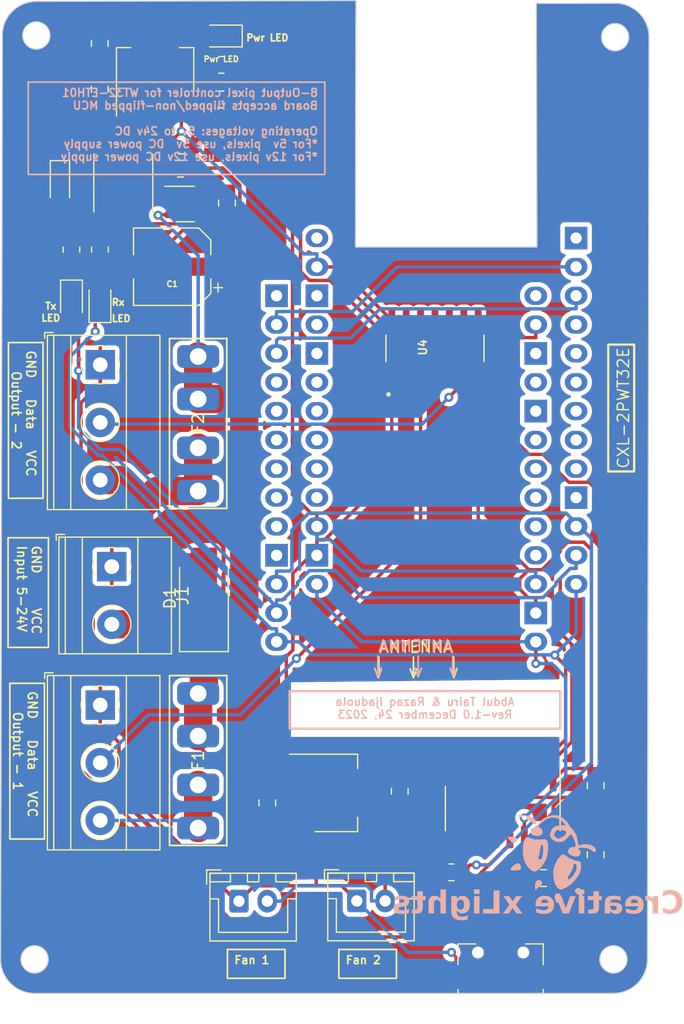
<source format=kicad_pcb>
(kicad_pcb (version 20221018) (generator pcbnew)
  (layers (0 "F.Cu" signal) (31 "B.Cu" signal) (34 "B.Paste" user) (35 "F.Paste" user) (36 "B.SilkS" user "B.Silkscreen") (37 "F.SilkS" user "F.Silkscreen") (38 "B.Mask" user) (39 "F.Mask" user) (44 "Edge.Cuts" user))
  (net 0 "")
  (net 1 "RPP")
  (net 2 "GND")
  (net 3 "Net-(U1-SW)")
  (net 4 "Net-(U1-BST)")
  (net 5 "VOUT")
  (net 6 "VIN")
  (net 7 "Net-(D2-K)")
  (net 8 "3V3")
  (net 9 "Net-(JST1-Pin_3)")
  (net 10 "Net-(JST2-Pin_3)")
  (net 19 "3.3V")
  (net 20 "Port-1")
  (net 21 "Port-2")
  (net 27 "EN")
  (net 29 "RxOut")
  (net 34 "Net-(D3-A)")
  (net 40 "TxOut")
  (net 46 "Net-(D4-A)")
  (net 48 "Net-(D5-A)")
  (net 50 "Net-(J2-D-)")
  (net 51 "Net-(J2-D+)")
  (net 53 "DTR")
  (net 54 "IO0")
  (net 72 "Output-1")
  (net 73 "Output-2")
  (net 76 "F5V")
  (footprint "Capacitor_SMD:C_0805_2012Metric_Pad1.18x1.45mm_HandSolder" (layer "F.Cu") (at 146.2025 119.452 180)
    (fp_text reference "C12" hide)
    (fp_text value "1uF")
  )
  (footprint "MicroUSB:USB_Micro-B_Unknown_5s_SMT" (layer "F.Cu") (at 142.416769 125.862)
    (fp_text reference "J2" hide)
    (fp_text value "USB")
  )
  (footprint "Capacitor_SMD:C_0805_2012Metric_Pad1.18x1.45mm_HandSolder" (layer "F.Cu") (at 121.84 112.8265 90)
    (fp_text reference "C8" hide)
    (fp_text value "10uF")
  )
  (footprint "Capacitor_SMD:C_0805_2012Metric_Pad1.18x1.45mm_HandSolder" (layer "F.Cu") (at 150.796 111.3025 90)
    (fp_text reference "C6" hide)
    (fp_text value "100nF")
  )
  (footprint "Package_TO_SOT_SMD:SOT-223-3_TabPin2" (layer "F.Cu") (at 111.948 48.216 90)
    (fp_text reference "U7" hide)
    (fp_text value "AMS1117-3.3")
  )
  (footprint "LED_SMD:LED_0805_2012Metric_Pad1.15x1.40mm_HandSolder" (layer "F.Cu") (at 117.767 45.284 180)
    (fp_text reference "D2" hide)
    (fp_text value "Pwr LED")
  )
  (footprint "Connector_JST:JST_XH_B2B-XH-A_1x02_P2.50mm_Vertical" (layer "F.Cu") (at 129.734 121.467)
    (fp_text reference "J4" hide)
    (fp_text value "Fan 2")
  )
  (footprint "Capacitor_SMD:C_0805_2012Metric_Pad1.18x1.45mm_HandSolder" (layer "F.Cu") (at 107.0645 49.9555 90)
    (fp_text reference "C5" hide)
    (fp_text value "1uF")
  )
  (footprint "Diode_SMD:D_SOD-323_HandSoldering" (layer "F.Cu") (at 103.552 58.272 -90)
    (fp_text reference "D5" hide)
    (fp_text value "SS14")
  )
  (footprint "Package_TO_SOT_SMD:TSOT-23-6" (layer "F.Cu") (at 114.6065 60.082)
    (fp_text reference "U1" hide)
    (fp_text value "AP63205WU")
  )
  (footprint "Capacitor_SMD:C_0805_2012Metric_Pad1.18x1.45mm_HandSolder" (layer "F.Cu") (at 150.796 117.3985 90)
    (fp_text reference "C7" hide)
    (fp_text value "100nF")
  )
  (footprint "Capacitor_SMD:C_0805_2012Metric_Pad1.18x1.45mm_HandSolder" (layer "F.Cu") (at 133.524 111.8105 90)
    (fp_text reference "C9" hide)
    (fp_text value "22uF")
  )
  (footprint "Diode_SMD:D_SMB_Handsoldering" (layer "F.Cu") (at 116.252 94.794 90)
    (fp_text reference "D1")
    (fp_text value "STR10100BF")
  )
  (footprint "Package_TO_SOT_SMD:SOT-223-3_TabPin2" (layer "F.Cu") (at 127.902 111.952)
    (fp_text reference "U6" hide)
    (fp_text value "AMS1117-3.3")
  )
  (footprint "SN74HC125DR:SOIC127P600X175-14N" (layer "F.Cu") (at 136.6295 72.7992 90)
    (fp_text reference "U4")
    (fp_text value "SN74HC125DR")
  )
  (footprint "WT32-ETH-Fuse-Holder:MCCQ-122_MTC" (layer "F.Cu") (at 115.744 114.946 90)
    (fp_text reference "F1")
    (fp_text value "~")
  )
  (footprint "Resistor_SMD:R_0805_2012Metric_Pad1.20x1.40mm_HandSolder" (layer "F.Cu") (at 138.08 118.944)
    (fp_text reference "R6" hide)
    (fp_text value "120")
  )
  (footprint "Capacitor_SMD:C_0805_2012Metric_Pad1.18x1.45mm_HandSolder" (layer "F.Cu") (at 118.284 59.9945 90)
    (fp_text reference "C2" hide)
    (fp_text value "100nF")
  )
  (footprint "Package_SO:SOP-16_3.9x9.9mm_P1.27mm" (layer "F.Cu") (at 142.6055 113.3292 -90)
    (fp_text reference "U5" hide)
    (fp_text value "CH340C")
  )
  (footprint "TerminalBlock_Phoenix:TerminalBlock_Phoenix_MKDS-1,5-3-5.08_1x03_P5.08mm_Horizontal" (layer "F.Cu") (at 107.108 74.24 -90)
    (fp_text reference "JST2" hide)
    (fp_text value "Output 2" hide)
  )
  (footprint "Resistor_SMD:R_0805_2012Metric_Pad1.20x1.40mm_HandSolder" (layer "F.Cu") (at 117.792 47.824)
    (fp_text reference "R1" hide)
    (fp_text value "1K")
  )
  (footprint "Capacitor_SMD:C_0805_2012Metric_Pad1.18x1.45mm_HandSolder" (layer "F.Cu") (at 107.0645 45.9345 -90)
    (fp_text reference "C11" hide)
    (fp_text value "22uF")
  )
  (footprint "Capacitor_SMD:C_0805_2012Metric_Pad1.18x1.45mm_HandSolder" (layer "F.Cu") (at 114.2415 54.936)
    (fp_text reference "C3" hide)
    (fp_text value "22uF")
  )
  (footprint "Resistor_SMD:R_0805_2012Metric_Pad1.20x1.40mm_HandSolder" (layer "F.Cu") (at 107.0828 64.096 -90)
    (fp_text reference "R2" hide)
    (fp_text value "1K")
  )
  (footprint "Connector_JST:JST_XH_B2B-XH-A_1x02_P2.50mm_Vertical" (layer "F.Cu") (at 119.34 121.484)
    (fp_text reference "J3" hide)
    (fp_text value "Fan 1")
  )
  (footprint "Capacitor_SMD:C_0805_2012Metric_Pad1.18x1.45mm_HandSolder" (layer "F.Cu") (at 117.7545 50.872)
    (fp_text reference "C10" hide)
    (fp_text value "10uF")
  )
  (footprint "Inductor_SMD:L_Taiyo-Yuden_MD-5050" (layer "F.Cu") (at 109.14 58.23 90)
    (fp_text reference "L1" hide)
    (fp_text value "4.7uH")
  )
  (footprint "WT32-ETH01:WT32_ETH01" (layer "F.Cu") (at 133.3834 102.4319 180)
    (fp_text reference "U3" hide)
    (fp_text value "WT32-ETH01")
  )
  (footprint "Capacitor_SMD:CP_Elec_6.3x5.4" (layer "F.Cu") (at 113.452 65.604 180)
    (fp_text reference "C1")
    (fp_text value "100uF")
  )
  (footprint "LED_SMD:LED_0805_2012Metric_Pad1.15x1.40mm_HandSolder" (layer "F.Cu") (at 107.0828 68.661 90)
    (fp_text reference "D3" hide)
    (fp_text value "Tx")
  )
  (footprint "Capacitor_SMD:C_0805_2012Metric_Pad1.18x1.45mm_HandSolder" (layer "F.Cu") (at 114.1912 56.968)
    (fp_text reference "C4" hide)
    (fp_text value "22uF")
  )
  (footprint "Resistor_SMD:R_0805_2012Metric_Pad1.20x1.40mm_HandSolder" (layer "F.Cu") (at 104.568 64.096 -90)
    (fp_text reference "R3" hide)
    (fp_text value "1K")
  )
  (footprint "WT32-ETH-Fuse-Holder:MCCQ-122_MTC" (layer "F.Cu") (at 115.744 85.2605 90)
    (fp_text reference "F2")
    (fp_text value "~")
  )
  (footprint "TerminalBlock_Phoenix:TerminalBlock_Phoenix_MKDS-1,5-3-5.08_1x03_P5.08mm_Horizontal" (layer "F.Cu") (at 107.108 104.212 -90)
    (fp_text reference "JST1" hide)
    (fp_text value "Output 1" hide)
  )
  (footprint "LED_SMD:LED_0805_2012Metric_Pad1.15x1.40mm_HandSolder" (layer "F.Cu") (at 104.568 68.643 -90)
    (fp_text reference "D4" hide)
    (fp_text value "Rx")
  )
  (footprint "TerminalBlock_Phoenix:TerminalBlock_Phoenix_MKDS-1,5-2-5.08_1x02_P5.08mm_Horizontal" (layer "F.Cu") (at 108.124 92.02 -90)
    (fp_text reference "J1")
    (fp_text value "4.5-28V Power Input")
  )
  (footprint "LOGO" (layer "B.Cu") (at 146.926194 117.787248 180)
    (fp_text reference "G***" hide)
    (fp_text value "LOGO" hide)
  )
  (footprint "WT32-ETH01:WT32_ETH01" (layer "B.Cu") (at 138.3516 97.3519)
    (fp_text reference "U2" hide)
    (fp_text value "WT32-ETH01")
  )
  (gr_line (start 129.616769 63.862) (end 145.616769 63.862) (stroke (width 0.1)) (layer "Edge.Cuts"))
  (gr_line (start 101.517235 42.231014) (end 129.666769 42.162) (stroke (width 0.1)) (layer "Edge.Cuts"))
  (gr_line (start 101.316769 129.612) (end 152.366727 129.610769) (stroke (width 0.1)) (layer "Edge.Cuts"))
  (gr_arc (start 155.366769 126.612) (mid 154.488 128.7329) (end 152.366727 129.610769) (stroke (width 0.1)) (layer "Edge.Cuts"))
  (gr_circle (center 101.316769 126.612) (end 102.516769 126.612) (stroke (width 0.1)) (fill none) (layer "Edge.Cuts"))
  (gr_arc (start 152.566377 42.385716) (mid 154.664937 43.291126) (end 155.516768 45.412) (stroke (width 0.1)) (layer "Edge.Cuts"))
  (gr_circle (center 101.472 45.236) (end 102.672 45.236) (stroke (width 0.1)) (fill none) (layer "Edge.Cuts"))
  (gr_line (start 145.616769 63.862) (end 145.566769 42.412) (stroke (width 0.1)) (layer "Edge.Cuts"))
  (gr_circle (center 152.516769 45.385423) (end 153.716769 45.385423) (stroke (width 0.1)) (fill none) (layer "Edge.Cuts"))
  (gr_line (start 145.566769 42.412) (end 152.566377 42.385716) (stroke (width 0.1)) (layer "Edge.Cuts"))
  (gr_line (start 129.666769 42.162) (end 129.616769 63.862) (stroke (width 0.1)) (layer "Edge.Cuts"))
  (gr_arc (start 98.46677 45.212) (mid 99.371533 43.086576) (end 101.517235 42.231014) (stroke (width 0.1)) (layer "Edge.Cuts"))
  (gr_line (start 155.366769 126.612) (end 155.516768 45.412) (stroke (width 0.1)) (layer "Edge.Cuts"))
  (gr_arc (start 101.316769 129.612) (mid 99.17755 128.715269) (end 98.3172 126.56116) (stroke (width 0.1)) (layer "Edge.Cuts"))
  (gr_circle (center 152.368 126.612) (end 153.568 126.612) (stroke (width 0.1)) (fill none) (layer "Edge.Cuts"))
  (gr_line (start 98.46677 45.212) (end 98.3172 126.56116) (stroke (width 0.1)) (layer "Edge.Cuts"))
  (gr_text "|" (at 135.722742 101.130514) (layer "B.SilkS") (effects (font (size 1 1)) (justify left bottom mirror)))
  (gr_text ">" (at 132.101991 100.622514 90) (layer "B.SilkS") (effects (font (size 1 1)) (justify left bottom mirror)))
  (gr_text ">" (at 135.657991 100.622514 90) (layer "B.SilkS") (effects (font (size 1 1)) (justify left bottom mirror)))
  (gr_text "Creative xLights" (at 145.715904 122.915446) (layer "B.SilkS") (effects (font (size 2 2) (thickness 0.25) bold) (justify bottom mirror)))
  (gr_text "|" (at 138.770742 101.130514) (layer "B.SilkS") (effects (font (size 1 1)) (justify left bottom mirror)))
  (gr_text "|" (at 132.166742 101.130514) (layer "B.SilkS") (effects (font (size 1 1)) (justify left bottom mirror)))
  (gr_text ">" (at 138.770742 100.622514 90) (layer "B.SilkS") (effects (font (size 1 1)) (justify left bottom mirror)))
  (gr_text "ANTENNA" (at 138.262742 99.606514) (layer "B.SilkS") (effects (font (size 1 1)) (justify left bottom mirror)))
  (gr_text ">" (at 131.106059 100.706 -90) (layer "F.SilkS") (effects (font (size 1 1)) (justify left bottom)))
  (gr_text "ANTENNA" (at 131.614059 99.69) (layer "F.SilkS") (effects (font (size 1 1)) (justify left bottom)))
  (gr_text "|" (at 131.106059 101.214) (layer "F.SilkS") (effects (font (size 1 1)) (justify left bottom)))
  (gr_text ">" (at 137.77481 100.706 -90) (layer "F.SilkS") (effects (font (size 1 1)) (justify left bottom)))
  (gr_text "|" (at 137.710059 101.214) (layer "F.SilkS") (effects (font (size 1 1)) (justify left bottom)))
  (gr_text "LED" (at 108.0428 70.521) (layer "F.SilkS") (effects (font (size 0.6 0.6) (thickness 0.15) bold) (justify left bottom)))
  (gr_text "LED" (at 101.83396 70.47763) (layer "F.SilkS") (effects (font (size 0.6 0.6) (thickness 0.15) bold) (justify left bottom)))
  (gr_text "Pwr LED" (at 119.906769 45.792) (layer "F.SilkS") (effects (font (size 0.6 0.6)) (justify left bottom)))
  (gr_text "Tx" (at 102.171541 69.422689) (layer "F.SilkS") (effects (font (size 0.6 0.6) (thickness 0.15) bold) (justify left bottom)))
  (gr_text "|" (at 134.154059 101.214) (layer "F.SilkS") (effects (font (size 1 1)) (justify left bottom)))
  (gr_text ">" (at 134.21881 100.706 -90) (layer "F.SilkS") (effects (font (size 1 1)) (justify left bottom)))
  (gr_text "Rx" (at 108.0428 69.091) (layer "F.SilkS") (effects (font (size 0.6 0.6) (thickness 0.15) bold) (justify left bottom)))
  (gr_text_box "8-Output pixel controler for WT32-ETH01\nBoard accepts flipped/non-flipped MCU\n\nOperating voltages: 5v to 24v DC\n*For 5v  pixels, use 5v  DC power supply\n*For 12v pixels, use 12v DC power supply" (start 100.758 49.348) (end 126.92 57.476) (layer "B.SilkS") (effects (font (size 0.7 0.7)) (justify left top mirror)) (stroke (width 0.15)))
  (gr_text_box "Abdul Tairu & Razaq Ijaduola\nRev-1.0 December 24, 2023" (start 123.80481 102.992) (end 147.68081 106.294) (layer "B.SilkS") (effects (font (size 0.7 0.7) (thickness 0.125) bold) (justify top mirror)) (stroke (width 0.2)))
  (gr_text_box "GND     VCC\nInput 5-24V" (start 102.536 89.48) (end 98.98 99.132) (angle 630) (layer "F.SilkS") (effects (font (size 0.8 0.8)) (justify left top)) (stroke (width 0.15)))
  (gr_text_box "GND   Data   VCC\n   Output - 2" (start 102.060704 72.282965) (end 99.012704 85.998965) (angle 630) (layer "F.SilkS") (effects (font (size 0.8 0.8) (thickness 0.15) bold) (justify left top)) (stroke (width 0.15)))
  (gr_text_box "CXL-2PWT32E" (start 151.910769 83.638) (end 154.196769 72.462) (angle 450) (layer "F.SilkS") (effects (font (size 1 1) (thickness 0.125) bold) (justify top)) (stroke (width 0.2)))
  (gr_text_box "Fan 1" (start 118.323891 125.739823) (end 123.403891 128.279823) (layer "F.SilkS") (effects (font (size 0.7 0.7)) (justify left top)) (stroke (width 0.15)))
  (gr_text_box "GND   Data   VCC\n   Output - 1" (start 102.185973 102.296857) (end 99.137973 116.012857) (angle 3510) (layer "F.SilkS") (effects (font (size 0.8 0.8)) (justify left top)) (stroke (width 0.15)))
  (gr_text_box "Fan 2" (start 128.150671 125.739823) (end 133.230671 128.279823) (layer "F.SilkS") (effects (font (size 0.7 0.7)) (justify left top)) (stroke (width 0.15)))
  (segment (start 118.398 97.494) (end 119.808 96.084) (width 2.5) (layer "F.Cu") (net 1))
  (segment (start 116.252 102.688) (end 115.744 103.196) (width 2.5) (layer "F.Cu") (net 1))
  (segment (start 117.2543 77.26) (end 117.2538 77.2605) (width 0.3) (layer "F.Cu") (net 1))
  (segment (start 121.84 113.864) (end 122.228 114.252) (width 0.3) (layer "F.Cu") (net 1))
  (segment (start 112.2425 61.032) (end 112.2049 61.0696) (width 0.3) (layer "F.Cu") (net 1))
  (segment (start 119.808 78.304) (end 118.7645 77.26) (width 2.5) (layer "F.Cu") (net 1))
  (segment (start 119.808 96.084) (end 119.808 78.304) (width 2.5) (layer "F.Cu") (net 1))
  (segment (start 116.252 97.494) (end 118.398 97.494) (width 2.5) (layer "F.Cu") (net 1))
  (segment (start 118.7645 77.26) (end 117.2543 77.26) (width 2.5) (layer "F.Cu") (net 1))
  (segment (start 115.744 73.51) (end 115.744 66.112) (width 0.3) (layer "F.Cu") (net 1))
  (segment (start 122.228 114.252) (end 124.752 114.252) (width 0.3) (layer "F.Cu") (net 1))
  (segment (start 116.252 97.494) (end 116.252 102.688) (width 2.5) (layer "F.Cu") (net 1))
  (segment (start 117.2538 77.2605) (end 115.744 77.2605) (width 0.3) (layer "F.Cu") (net 1))
  (segment (start 115.744 66.112) (end 116.252 65.604) (width 0.3) (layer "F.Cu") (net 1))
  (segment (start 117.2543 77.26) (end 115.744 77.26) (width 2.5) (layer "F.Cu") (net 1))
  (segment (start 115.744 77.26) (end 115.744 73.5105) (width 2.5) (layer "F.Cu") (net 1))
  (segment (start 115.744 73.5105) (end 115.744 73.51) (width 2.5) (layer "F.Cu") (net 1))
  (segment (start 113.469 61.032) (end 113.469 60.082) (width 0.3) (layer "F.Cu") (net 1))
  (segment (start 115.744 106.946) (end 115.744 107.768) (width 0.3) (layer "F.Cu") (net 1))
  (segment (start 115.744 107.768) (end 121.84 113.864) (width 0.3) (layer "F.Cu") (net 1))
  (segment (start 113.469 61.032) (end 112.2425 61.032) (width 0.3) (layer "F.Cu") (net 1))
  (segment (start 115.744 103.196) (end 115.744 106.946) (width 2.5) (layer "F.Cu") (net 1))
  (via (at 112.2049 61.0696) (size 0.8) (drill 0.4) (layers "F.Cu" "B.Cu") (net 1))
  (segment (start 115.744 73.5105) (end 115.744 64.6087) (width 0.3) (layer "B.Cu") (net 1))
  (segment (start 115.744 64.6087) (end 112.2049 61.0696) (width 0.3) (layer "B.Cu") (net 1))
  (segment (start 138.466769 126.375569) (end 138.0838 125.9926) (width 0.25) (layer "F.Cu") (net 2))
  (segment (start 107.108 74.24) (end 107.108 75.8903) (width 0.3) (layer "F.Cu") (net 2))
  (segment (start 110.7483 52.4663) (end 110.7483 51.366) (width 0.3) (layer "F.Cu") (net 2))
  (segment (start 113.1476 52.4794) (end 112.9106 52.7164) (width 0.3) (layer "F.Cu") (net 2))
  (segment (start 144.0957 93.1048) (end 144.9083 92.2922) (width 0.3) (layer "F.Cu") (net 2))
  (segment (start 146.0829 92.2922) (end 147.6742 90.7009) (width 0.3) (layer "F.Cu") (net 2))
  (segment (start 124.0967 99.3676) (end 123.52 99.9443) (width 0.3) (layer "F.Cu") (net 2))
  (segment (start 133.524 110.773) (end 132.403 109.652) (width 0.3) (layer "F.Cu") (net 2))
  (segment (start 136.6295 74.7472) (end 136.6295 75.2742) (width 0.3) (layer "F.Cu") (net 2))
  (segment (start 126.2155 91.0222) (end 126.2155 90.4887) (width 0.3) (layer "F.Cu") (net 2))
  (segment (start 145.165 121.512) (end 144.415884 122.261115) (width 0.3) (layer "F.Cu") (net 2))
  (segment (start 145.5195 94.7519) (end 144.8444 94.7519) (width 0.3) (layer "F.Cu") (net 2))
  (segment (start 107.108 73.4149) (end 107.108 72.5897) (width 0.3) (layer "F.Cu") (net 2))
  (segment (start 150.3201 109.7891) (end 150.796 110.265) (width 0.3) (layer "F.Cu") (net 2))
  (segment (start 120.6916 120.1324) (end 126.1567 120.1324) (width 0.3) (layer "F.Cu") (net 2))
  (segment (start 107.108 102.5617) (end 106.4737 101.9274) (width 0.3) (layer "F.Cu") (net 2))
  (segment (start 110.9984 52.7164) (end 110.7483 52.4663) (width 0.3) (layer "F.Cu") (net 2))
  (segment (start 126.8906 89.6719) (end 126.2155 89.6719) (width 0.3) (layer "F.Cu") (net 2))
  (segment (start 151.8797 111.3487) (end 151.8797 115.2773) (width 0.3) (layer "F.Cu") (net 2))
  (segment (start 116.7123 62.0003) (end 115.744 61.032) (width 0.3) (layer "F.Cu") (net 2))
  (segment (start 139.5623 73.9385) (end 140.4395 74.8157) (width 0.3) (layer "F.Cu") (net 2))
  (segment (start 119.34 121.484) (end 120.6916 120.1324) (width 0.3) (layer "F.Cu") (net 2))
  (segment (start 132.8195 83.743) (end 126.8906 89.6719) (width 0.3) (layer "F.Cu") (net 2))
  (segment (start 144.8444 94.7519) (end 144.0957 94.0032) (width 0.3) (layer "F.Cu") (net 2))
  (segment (start 150.796 110.265) (end 151.8797 111.3487) (width 0.3) (layer "F.Cu") (net 2))
  (segment (start 105.4114 87.6571) (end 108.124 90.3697) (width 0.3) (layer "F.Cu") (net 2))
  (segment (start 121.84 111.789) (end 121.9833 111.9323) (width 0.3) (layer "F.Cu") (net 2))
  (segment (start 107.108 104.212) (end 107.108 102.5617) (width 0.3) (layer "F.Cu") (net 2))
  (segment (start 106.4737 101.9274) (end 106.4737 95.3206) (width 0.3) (layer "F.Cu") (net 2))
  (segment (start 119.34 121.484) (end 119.1168 121.484) (width 0.3) (layer "F.Cu") (net 2))
  (segment (start 140.4395 75.2742) (end 140.4395 87.8234) (width 0.3) (layer "F.Cu") (net 2))
  (segment (start 108.7583 111.1255) (end 108.7583 107.5126) (width 0.3) (layer "F.Cu") (net 2))
  (segment (start 108.5477 51.366) (end 108.5477 50.4012) (width 0.3) (layer "F.Cu") (net 2))
  (segment (start 119.0495 62.0003) (end 116.7123 62.0003) (width 0.3) (layer "F.Cu") (net 2))
  (segment (start 112.9106 52.7164) (end 110.9984 52.7164) (width 0.3) (layer "F.Cu") (net 2))
  (segment (start 124.752 109.652) (end 124.752 108.5517) (width 0.3) (layer "F.Cu") (net 2))
  (segment (start 148.0906 109.7891) (end 147.0505 110.8292) (width 0.3) (layer "F.Cu") (net 2))
  (segment (start 144.415884 122.261115) (end 143.716769 122.960231) (width 0.3) (layer "F.Cu") (net 2))
  (segment (start 125.8462 113.0524) (end 123.5918 113.0524) (width 0.3) (layer "F.Cu") (net 2))
  (segment (start 150.428 90.5237) (end 150.428 109.6812) (width 0.3) (layer "F.Cu") (net 2))
  (segment (start 138.466769 128.162) (end 141.216769 128.162) (width 0.25) (layer "F.Cu") (net 2))
  (segment (start 107.108 73.4149) (end 107.108 74.24) (width 0.3) (layer "F.Cu") (net 2))
  (segment (start 119.4206 58.4063) (end 119.4206 61.6292) (width 0.3) (layer "F.Cu") (net 2))
  (segment (start 138.466769 128.162) (end 138.466769 126.375569) (width 0.25) (layer "F.Cu") (net 2))
  (segment (start 147.6742 90.7009) (end 147.6742 90.4936) (width 0.3) (layer "F.Cu") (net 2))
  (segment (start 117.932 56.9177) (end 119.4206 58.4063) (width 0.3) (layer "F.Cu") (net 2))
  (segment (start 108.124 92.02) (end 108.124 90.3697) (width 0.3) (layer "F.Cu") (net 2))
  (segment (start 145.1011 128.1848) (end 145.1011 122.946331) (width 0.3) (layer "F.Cu") (net 2))
  (segment (start 110.652 69.0457) (end 110.652 65.604) (width 0.3) (layer "F.Cu") (net 2))
  (segment (start 132.403 109.652) (end 126.1023 109.652) (width 0.3) (layer "F.Cu") (net 2))
  (segment (start 126.1567 113.3629) (end 125.8462 113.0524) (width 0.3) (layer "F.Cu") (net 2))
  (segment (start 126.1567 120.1324) (end 128.3994 120.1324) (width 0.3) (layer "F.Cu") (net 2))
  (segment (start 151.8797 115.2773) (end 150.796 116.361) (width 0.3) (layer "F.Cu") (net 2))
  (segment (start 114.1135 49.2551) (end 113.1476 50.221) (width 0.3) (layer "F.Cu") (net 2))
  (segment (start 123.6517 110.7523) (end 124.752 110.7523) (width 0.3) (layer "F.Cu") (net 2))
  (segment (start 122.4717 111.9323) (end 123.6517 110.7523) (width 0.3) (layer "F.Cu") (net 2))
  (segment (start 116.792 49.2551) (end 116.792 47.824) (width 0.3) (layer "F.Cu") (net 2))
  (segment (start 133.7171 73.9105) (end 135.7928 73.9105) (width 0.3) (layer "F.Cu") (net 2))
  (segment (start 144.0957 94.0032) (end 144.0957 93.1048) (width 0.3) (layer "F.Cu") (net 2))
  (segment (start 115.744 61.032) (end 111.172 65.604) (width 0.3) (layer "F.Cu") (net 2))
  (segment (start 145.165 121.512) (end 145.165 119.452) (width 0.3) (layer "F.Cu") (net 2))
  (segment (start 108.7583 107.5126) (end 107.108 105.8623) (width 0.3) (layer "F.Cu") (net 2))
  (segment (start 123.5918 113.0524) (end 122.4717 111.9323) (width 0.3) (layer "F.Cu") (net 2))
  (segment (start 138.2566 128.1848) (end 141.0066 128.1848) (width 0.3) (layer "F.Cu") (net 2))
  (segment (start 115.279 56.9177) (end 117.932 56.9177) (width 0.3) (layer "F.Cu") (net 2))
  (segment (start 113.1476 50.221) (end 113.1476 52.4794) (width 0.3) (layer "F.Cu") (net 2))
  (segment (start 108.124 92.02) (end 108.124 93.6703) (width 0.3) (layer "F.Cu") (net 2))
  (segment (start 123.52 99.9443) (end 123.52 107.3197) (width 0.3) (layer "F.Cu") (net 2))
  (segment (start 141.216769 128.162) (end 143.616769 128.162) (width 0.25) (layer "F.Cu") (net 2))
  (segment (start 109.5478 51.366) (end 108.5477 51.366) (width 0.3) (layer "F.Cu") (net 2))
  (segment (start 150.428 109.6812) (end 150.3201 109.7891) (width 0.3) (layer "F.Cu") (net 2))
  (segment (start 107.0645 46.972) (end 107.0645 48.918) (width 0.3) (layer "F.Cu") (net 2))
  (segment (start 145.1011 122.946331) (end 144.415884 122.261115) (width 0.3) (layer "F.Cu") (net 2))
  (segment (start 119.4206 61.6292) (end 119.0495 62.0003) (width 0.3) (layer "F.Cu") (net 2))
  (segment (start 116.792 49.2551) (end 114.1135 49.2551) (width 0.3) (layer "F.Cu") (net 2))
  (segment (start 121.9833 111.9323) (end 122.4717 111.9323) (width 0.3) (layer "F.Cu") (net 2))
  (segment (start 132.8195 74.8081) (end 133.7171 73.9105) (width 0.3) (layer "F.Cu") (net 2))
  (segment (start 115.279 54.0019) (end 118.4089 50.872) (width 0.3) (layer "F.Cu") (net 2))
  (segment (start 144.9083 92.2922) (end 146.0829 92.2922) (width 0.3) (layer "F.Cu") (net 2))
  (segment (start 149.775 89.8707) (end 150.428 90.5237) (width 0.3) (layer "F.Cu") (net 2))
  (segment (start 107.108 75.8903) (end 105.4114 77.5869) (width 0.3) (layer "F.Cu") (net 2))
  (segment (start 150.3201 109.7891) (end 148.0906 109.7891) (width 0.3) (layer "F.Cu") (net 2))
  (segment (start 143.716769 122.960231) (end 143.716769 125.262) (width 0.3) (layer "F.Cu") (net 2))
  (segment (start 137.4382 73.9385) (end 139.5623 73.9385) (width 0.3) (layer "F.Cu") (net 2))
  (segment (start 132.8195 75.2742) (end 132.8195 83.743) (width 0.3) (layer "F.Cu") (net 2))
  (segment (start 132.8195 75.2742) (end 132.8195 74.8081) (width 0.3) (layer "F.Cu") (net 2))
  (segment (start 135.7928 73.9105) (end 136.6295 74.7472) (width 0.3) (layer "F.Cu") (net 2))
  (segment (start 126.2155 90.4887) (end 124.0967 92.6075) (width 0.3) (layer "F.Cu") (net 2))
  (segment (start 105.4114 77.5869) (end 105.4114 87.6571) (width 0.3) (layer "F.Cu") (net 2))
  (segment (start 136.6295 74.7472) (end 137.4382 73.9385) (width 0.3) (layer "F.Cu") (net 2))
  (segment (start 118.4089 50.872) (end 116.792 49.2551) (width 0.3) (layer "F.Cu") (net 2))
  (segment (start 141.0066 128.1848) (end 143.4066 128.1848) (width 0.3) (layer "F.Cu") (net 2))
  (segment (start 124.752 109.652) (end 126.1023 109.652) (width 0.3) (layer "F.Cu") (net 2))
  (segment (start 140.4395 87.8234) (end 144.9083 92.2922) (width 0.3) (layer "F.Cu") (net 2))
  (segment (start 115.279 56.9177) (end 115.2287 56.968) (width 0.3) (layer "F.Cu") (net 2))
  (segment (start 108.5477 50.4012) (end 107.0645 48.918) (width 0.3) (layer "F.Cu") (net 2))
  (segment (start 124.0967 92.6075) (end 124.0967 99.3676) (width 0.3) (layer "F.Cu") (net 2))
  (segment (start 115.279 54.936) (end 115.279 56.9177) (width 0.3) (layer "F.Cu") (net 2))
  (segment (start 145.1011 128.1848) (end 146.1566 128.1848) (width 0.3) (layer "F.Cu") (net 2))
  (segment (start 124.752 109.652) (end 124.752 110.7523) (width 0.3) (layer "F.Cu") (net 2))
  (segment (start 111.172 65.604) (end 110.652 65.604) (width 0.3) (layer "F.Cu") (net 2))
  (segment (start 143.616769 128.162) (end 146.366769 128.162) (width 0.25) (layer "F.Cu") (net 2))
  (segment (start 147.6742 90.4936) (end 148.2971 89.8707) (width 0.3) (layer "F.Cu") (net 2))
  (segment (start 106.4737 95.3206) (end 108.124 93.6703) (width 0.3) (layer "F.Cu") (net 2))
  (segment (start 123.52 107.3197) (end 124.752 108.5517) (width 0.3) (layer "F.Cu") (net 2))
  (segment (start 143.4066 128.1848) (end 145.1011 128.1848) (width 0.3) (layer "F.Cu") (net 2))
  (segment (start 140.4395 74.8157) (end 140.4395 75.2742) (width 0.3) (layer "F.Cu") (net 2))
  (segment (start 109.648 51.366) (end 110.7483 51.366) (width 0.3) (layer "F.Cu") (net 2))
  (segment (start 119.1168 121.484) (end 108.7583 111.1255) (width 0.3) (layer "F.Cu") (net 2))
  (segment (start 118.4089 50.872) (end 118.792 50.872) (width 0.3) (layer "F.Cu") (net 2))
  (segment (start 107.108 104.212) (end 107.108 105.8623) (width 0.3) (layer "F.Cu") (net 2))
  (segment (start 115.279 54.936) (end 115.279 54.0019) (width 0.3) (layer "F.Cu") (net 2))
  (segment (start 128.3994 120.1324) (end 129.734 121.467) (width 0.3) (layer "F.Cu") (net 2))
  (segment (start 109.5478 51.366) (end 109.648 51.366) (width 0.3) (layer "F.Cu") (net 2))
  (segment (start 126.1567 120.1324) (end 126.1567 113.3629) (width 0.3) (layer "F.Cu") (net 2))
  (segment (start 145.5195 96.1022) (end 145.5195 94.7519) (width 0.3) (layer "F.Cu") (net 2))
  (segment (start 148.2971 89.8707) (end 149.775 89.8707) (width 0.3) (layer "F.Cu") (net 2))
  (segment (start 107.108 72.5897) (end 110.652 69.0457) (width 0.3) (layer "F.Cu") (net 2))
  (segment (start 126.2155 90.4887) (end 126.2155 89.6719) (width 0.3) (layer "F.Cu") (net 2))
  (via (at 138.0838 125.9926) (size 0.8) (drill 0.4) (layers "F.Cu" "B.Cu") (net 2))
  (segment (start 129.734 121.467) (end 134.2596 125.9926) (width 0.3) (layer "B.Cu") (net 2))
  (segment (start 134.2596 125.9926) (end 138.0838 125.9926) (width 0.3) (layer "B.Cu") (net 2))
  (segment (start 114.6429 61.2779) (end 114.6429 60.6818) (width 0.3) (layer "F.Cu") (net 3))
  (segment (start 109.14 60.03) (end 109.14 61.1303) (width 0.3) (layer "F.Cu") (net 3))
  (segment (start 114.6429 60.6818) (end 115.2427 60.082) (width 0.3) (layer "F.Cu") (net 3))
  (segment (start 115.744 60.082) (end 117.334 60.082) (width 0.3) (layer "F.Cu") (net 3))
  (segment (start 109.14 61.1303) (end 109.8373 61.8276) (width 0.3) (layer "F.Cu") (net 3))
  (segment (start 114.0932 61.8276) (end 114.6429 61.2779) (width 0.3) (layer "F.Cu") (net 3))
  (segment (start 115.2427 60.082) (end 115.744 60.082) (width 0.3) (layer "F.Cu") (net 3))
  (segment (start 109.8373 61.8276) (end 114.0932 61.8276) (width 0.3) (layer "F.Cu") (net 3))
  (segment (start 117.334 60.082) (end 118.284 61.032) (width 0.3) (layer "F.Cu") (net 3))
  (segment (start 115.744 59.132) (end 115.919 58.957) (width 0.3) (layer "F.Cu") (net 4))
  (segment (start 115.919 58.957) (end 118.284 58.957) (width 0.3) (layer "F.Cu") (net 4))
  (segment (start 114.2613 53.668) (end 113.204 54.7253) (width 0.3) (layer "F.Cu") (net 5))
  (segment (start 112.8045 56.43) (end 112.8045 56.6188) (width 0.3) (layer "F.Cu") (net 5))
  (segment (start 126.2155 65.6222) (end 128.1175 65.6222) (width 0.3) (layer "F.Cu") (net 5))
  (segment (start 116.223 51.366) (end 116.717 50.872) (width 0.3) (layer "F.Cu") (net 5))
  (segment (start 109.14 56.43) (end 109.14 55.3297) (width 0.3) (layer "F.Cu") (net 5))
  (segment (start 114.2613 52.7296) (end 114.2613 53.668) (width 0.3) (layer "F.Cu") (net 5))
  (segment (start 132.8195 70.7882) (end 132.8195 70.3242) (width 0.3) (layer "F.Cu") (net 5))
  (segment (start 107.0645 53.2542) (end 107.0645 50.993) (width 0.3) (layer "F.Cu") (net 5))
  (segment (start 114.248 52.7163) (end 114.2613 52.7296) (width 0.3) (layer "F.Cu") (net 5))
  (segment (start 112.8045 56.6188) (end 113.1537 56.968) (width 0.3) (layer "F.Cu") (net 5))
  (segment (start 133.8838 71.8525) (end 132.8195 70.7882) (width 0.3) (layer "F.Cu") (net 5))
  (segment (start 145.5195 70.7022) (end 145.5195 71.8525) (width 0.3) (layer "F.Cu") (net 5))
  (segment (start 113.1537 58.8167) (end 113.469 59.132) (width 0.3) (layer "F.Cu") (net 5))
  (segment (start 113.204 54.7253) (end 113.204 54.936) (width 0.3) (layer "F.Cu") (net 5))
  (segment (start 109.14 55.3297) (end 107.1922 53.3819) (width 0.3) (layer "F.Cu") (net 5))
  (segment (start 112.8045 55.3355) (end 112.8045 56.43) (width 0.3) (layer "F.Cu") (net 5))
  (segment (start 113.204 54.936) (end 112.8045 55.3355) (width 0.3) (layer "F.Cu") (net 5))
  (segment (start 145.5195 71.8525) (end 133.8838 71.8525) (width 0.3) (layer "F.Cu") (net 5))
  (segment (start 109.14 56.43) (end 111.5903 56.43) (width 0.3) (layer "F.Cu") (net 5))
  (segment (start 128.1175 65.6222) (end 132.8195 70.3242) (width 0.3) (layer "F.Cu") (net 5))
  (segment (start 107.1922 53.3819) (end 103.552 57.022) (width 0.3) (layer "F.Cu") (net 5))
  (segment (start 113.1537 56.968) (end 113.1537 58.8167) (width 0.3) (layer "F.Cu") (net 5))
  (segment (start 114.248 51.366) (end 116.223 51.366) (width 0.3) (layer "F.Cu") (net 5))
  (segment (start 107.1922 53.3819) (end 107.0645 53.2542) (width 0.3) (layer "F.Cu") (net 5))
  (segment (start 114.248 51.366) (end 114.248 52.7163) (width 0.3) (layer "F.Cu") (net 5))
  (segment (start 112.8045 56.43) (end 111.5903 56.43) (width 0.3) (layer "F.Cu") (net 5))
  (via (at 114.2613 53.668) (size 0.8) (drill 0.4) (layers "F.Cu" "B.Cu") (net 5))
  (segment (start 125.0652 64.4719) (end 114.2613 53.668) (width 0.3) (layer "B.Cu") (net 5))
  (segment (start 126.2155 64.4719) (end 125.0652 64.4719) (width 0.3) (layer "B.Cu") (net 5))
  (segment (start 126.2155 65.6222) (end 126.2155 64.4719) (width 0.3) (layer "B.Cu") (net 5))
  (segment (start 112.696 92.02) (end 112.77 92.094) (width 2.5) (layer "F.Cu") (net 6))
  (segment (start 112.696 94.56) (end 112.696 92.02) (width 2.5) (layer "F.Cu") (net 6))
  (segment (start 108.124 97.1) (end 110.156 97.1) (width 2.5) (layer "F.Cu") (net 6))
  (segment (start 110.156 97.1) (end 112.696 94.56) (width 2.5) (layer "F.Cu") (net 6))
  (segment (start 112.77 92.094) (end 116.252 92.094) (width 2.5) (layer "F.Cu") (net 6))
  (segment (start 118.792 47.824) (end 118.792 45.284) (width 0.3) (layer "F.Cu") (net 7))
  (segment (start 117.792 48.4903) (end 118.5114 49.2097) (width 0.3) (layer "F.Cu") (net 8))
  (segment (start 126.2155 88.4822) (end 126.2155 87.3319) (width 0.3) (layer "F.Cu") (net 8))
  (segment (start 118.7929 49.2097) (end 124.066 54.4828) (width 0.3) (layer "F.Cu") (net 8))
  (segment (start 124.066 54.4828) (end 124.066 85.6858) (width 0.3) (layer "F.Cu") (net 8))
  (segment (start 117.792 46.334) (end 117.792 48.4903) (width 0.3) (layer "F.Cu") (net 8))
  (segment (start 118.5114 49.2097) (end 118.7929 49.2097) (width 0.3) (layer "F.Cu") (net 8))
  (segment (start 124.066 85.6858) (end 125.7121 87.3319) (width 0.3) (layer "F.Cu") (net 8))
  (segment (start 116.742 45.284) (end 117.792 46.334) (width 0.3) (layer "F.Cu") (net 8))
  (segment (start 125.7121 87.3319) (end 126.2155 87.3319) (width 0.3) (layer "F.Cu") (net 8))
  (segment (start 126.2155 89.6325) (end 127.3658 89.6325) (width 0.3) (layer "B.Cu") (net 8))
  (segment (start 130.1452 92.4119) (end 145.5195 92.4119) (width 0.3) (layer "B.Cu") (net 8))
  (segment (start 127.3658 89.6325) (end 130.1452 92.4119) (width 0.3) (layer "B.Cu") (net 8))
  (segment (start 145.5195 93.5622) (end 145.5195 92.4119) (width 0.3) (layer "B.Cu") (net 8))
  (segment (start 126.2155 88.4822) (end 126.2155 89.6325) (width 0.3) (layer "B.Cu") (net 8))
  (segment (start 115.744 111.246) (end 115.744 115.046) (width 2.5) (layer "F.Cu") (net 9))
  (segment (start 115.744 115.046) (end 115.07 114.372) (width 0.3) (layer "B.Cu") (net 9))
  (segment (start 115.07 114.372) (end 107.108 114.372) (width 0.3) (layer "B.Cu") (net 9))
  (segment (start 115.186135 84.802635) (end 115.186134 84.802635) (width 0.3) (layer "F.Cu") (net 10))
  (segment (start 107.108 84.4) (end 108.984769 84.4) (width 2.5) (layer "F.Cu") (net 10))
  (segment (start 115.744 85.3605) (end 115.186135 84.802635) (width 0.3) (layer "F.Cu") (net 10))
  (segment (start 111.016769 86.432) (end 112.088269 85.3605) (width 2.5) (layer "F.Cu") (net 10))
  (segment (start 112.088269 85.3605) (end 115.744 85.3605) (width 2.5) (layer "F.Cu") (net 10))
  (segment (start 108.984769 84.4) (end 111.016769 86.432) (width 2.5) (layer "F.Cu") (net 10))
  (segment (start 115.744 81.56) (end 115.744 81.5605) (width 2.5) (layer "F.Cu") (net 10))
  (segment (start 115.744 85.3605) (end 115.744 85.36) (width 0.3) (layer "F.Cu") (net 10))
  (segment (start 115.744 81.5605) (end 115.744 85.3605) (width 2.5) (layer "F.Cu") (net 10))
  (segment (start 115.065 44.1993) (end 114.1983 45.066) (width 0.3) (layer "F.Cu") (net 19))
  (segment (start 147.5169 83.6706) (end 147.5169 83.4782) (width 0.3) (layer "F.Cu") (net 19))
  (segment (start 152.3953 116.8367) (end 152.3953 86.7663) (width 0.3) (layer "F.Cu") (net 19))
  (segment (start 111.948 45.066) (end 114.1983 45.066) (width 0.3) (layer "F.Cu") (net 19))
  (segment (start 149.6573 118.436) (end 150.796 118.436) (width 0.3) (layer "F.Cu") (net 19))
  (segment (start 143.2405 111.3295) (end 144.251 112.34) (width 0.3) (layer "F.Cu") (net 19))
  (segment (start 103.6784 58.272) (end 105.8511 60.4447) (width 0.3) (layer "F.Cu") (net 19))
  (segment (start 124.7737 66.0338) (end 124.7737 49.5836) (width 0.3) (layer "F.Cu") (net 19))
  (segment (start 147.5169 83.4782) (end 146.1709 82.1322) (width 0.3) (layer "F.Cu") (net 19))
  (segment (start 146.1709 82.1322) (end 144.9198 82.1322) (width 0.3) (layer "F.Cu") (net 19))
  (segment (start 147.0505 115.8292) (end 149.6573 118.436) (width 0.3) (layer "F.Cu") (net 19))
  (segment (start 141.4798 78.6922) (end 141.4798 74.5829) (width 0.3) (layer "F.Cu") (net 19))
  (segment (start 111.948 45.066) (end 111.4732 45.066) (width 0.3) (layer "F.Cu") (net 19))
  (segment (start 124.7737 49.5836) (end 119.3894 44.1993) (width 0.3) (layer "F.Cu") (net 19))
  (segment (start 125.5517 66.8118) (end 124.7737 66.0338) (width 0.3) (layer "F.Cu") (net 19))
  (segment (start 105.8511 60.4447) (end 105.8511 62.3791) (width 0.3) (layer "F.Cu") (net 19))
  (segment (start 104.568 65.096) (end 106.568 63.096) (width 0.3) (layer "F.Cu") (net 19))
  (segment (start 111.4732 49.5409) (end 111.948 50.0157) (width 0.3) (layer "F.Cu") (net 19))
  (segment (start 102.7005 57.5385) (end 103.434 58.272) (width 0.3) (layer "F.Cu") (net 19))
  (segment (start 106.568 63.096) (end 107.0828 63.096) (width 0.3) (layer "F.Cu") (net 19))
  (segment (start 139.6961 72.7992) (end 133.3479 72.7992) (width 0.3) (layer "F.Cu") (net 19))
  (segment (start 150.2208 84.5918) (end 148.4381 84.5918) (width 0.3) (layer "F.Cu") (net 19))
  (segment (start 150.796 118.436) (end 152.3953 116.8367) (width 0.3) (layer "F.Cu") (net 19))
  (segment (start 144.9198 82.1322) (end 141.4798 78.6922) (width 0.3) (layer "F.Cu") (net 19))
  (segment (start 133.3479 72.7992) (end 127.3605 66.8118) (width 0.3) (layer "F.Cu") (net 19))
  (segment (start 111.948 51.366) (end 111.948 50.0157) (width 0.3) (layer "F.Cu") (net 19))
  (segment (start 152.3953 86.7663) (end 150.2208 84.5918) (width 0.3) (layer "F.Cu") (net 19))
  (segment (start 107.0645 45.066) (end 107.0645 44.897) (width 0.3) (layer "F.Cu") (net 19))
  (segment (start 147.846769 112.34) (end 150.796 112.34) (width 0.3) (layer "F.Cu") (net 19))
  (segment (start 103.434 58.272) (end 103.6784 58.272) (width 0.3) (layer "F.Cu") (net 19))
  (segment (start 107.0645 45.066) (end 102.7005 49.43) (width 0.3) (layer "F.Cu") (net 19))
  (segment (start 143.2405 110.8292) (end 143.2405 111.3295) (width 0.3) (layer "F.Cu") (net 19))
  (segment (start 111.4732 45.066) (end 111.4732 49.5409) (width 0.3) (layer "F.Cu") (net 19))
  (segment (start 105.8511 62.3791) (end 106.568 63.096) (width 0.3) (layer "F.Cu") (net 19))
  (segment (start 141.4798 74.5829) (end 139.6961 72.7992) (width 0.3) (layer "F.Cu") (net 19))
  (segment (start 119.3894 44.1993) (end 115.065 44.1993) (width 0.3) (layer "F.Cu") (net 19))
  (segment (start 148.4381 84.5918) (end 147.5169 83.6706) (width 0.3) (layer "F.Cu") (net 19))
  (segment (start 111.4732 45.066) (end 109.6977 45.066) (width 0.3) (layer "F.Cu") (net 19))
  (segment (start 109.6977 45.066) (end 107.0645 45.066) (width 0.3) (layer "F.Cu") (net 19))
  (segment (start 127.3605 66.8118) (end 125.5517 66.8118) (width 0.3) (layer "F.Cu") (net 19))
  (segment (start 102.7005 49.43) (end 102.7005 57.5385) (width 0.3) (layer "F.Cu") (net 19))
  (segment (start 144.251 112.34) (end 147.846769 112.34) (width 0.3) (layer "F.Cu") (net 19))
  (segment (start 147.0505 113.136269) (end 147.846769 112.34) (width 0.3) (layer "F.Cu") (net 19))
  (segment (start 147.0505 115.8292) (end 147.0505 113.136269) (width 0.3) (layer "F.Cu") (net 19))
  (segment (start 133.2895 65.6222) (end 129.3598 69.5519) (width 0.3) (layer "B.Cu") (net 20))
  (segment (start 129.3598 69.5519) (end 122.6595 69.5519) (width 0.3) (layer "B.Cu") (net 20))
  (segment (start 122.6595 70.7022) (end 122.6595 69.5519) (width 0.3) (layer "B.Cu") (net 20))
  (segment (start 149.0755 65.6222) (end 133.2895 65.6222) (width 0.3) (layer "B.Cu") (net 20))
  (segment (start 122.6595 73.2422) (end 122.6595 72.0919) (width 0.3) (layer "B.Cu") (net 21))
  (segment (start 149.0755 69.3125) (end 131.786 69.3125) (width 0.3) (layer "B.Cu") (net 21))
  (segment (start 149.0755 68.1622) (end 149.0755 69.3125) (width 0.3) (layer "B.Cu") (net 21))
  (segment (start 129.2067 71.8918) (end 122.8596 71.8918) (width 0.3) (layer "B.Cu") (net 21))
  (segment (start 122.8596 71.8918) (end 122.6595 72.0919) (width 0.3) (layer "B.Cu") (net 21))
  (segment (start 131.786 69.3125) (end 129.2067 71.8918) (width 0.3) (layer "B.Cu") (net 21))
  (segment (start 144.5105 116.7225) (end 147.24 119.452) (width 0.3) (layer "F.Cu") (net 27))
  (segment (start 144.5105 115.8292) (end 144.5105 116.7225) (width 0.3) (layer "F.Cu") (net 27))
  (segment (start 145.5195 99.7925) (end 145.5195 100.5634) (width 0.3) (layer "F.Cu") (net 27))
  (segment (start 144.5091 115.8278) (end 144.5105 115.8292) (width 0.3) (layer "F.Cu") (net 27))
  (segment (start 144.5091 114.1597) (end 144.5091 115.8278) (width 0.3) (layer "F.Cu") (net 27))
  (segment (start 145.5195 98.6422) (end 145.5195 99.7925) (width 0.3) (layer "F.Cu") (net 27))
  (via (at 144.5091 114.1597) (size 0.8) (drill 0.4) (layers "F.Cu" "B.Cu") (net 27))
  (via (at 145.5195 100.5634) (size 0.8) (drill 0.4) (layers "F.Cu" "B.Cu") (net 27))
  (segment (start 144.5091 114.1597) (end 148.1626 110.5062) (width 0.3) (layer "B.Cu") (net 27))
  (segment (start 146.9205 100.5634) (end 145.5195 100.5634) (width 0.3) (layer "B.Cu") (net 27))
  (segment (start 148.1626 101.8055) (end 146.9205 100.5634) (width 0.3) (layer "B.Cu") (net 27))
  (segment (start 130.1452 98.6422) (end 145.5195 98.6422) (width 0.3) (layer "B.Cu") (net 27))
  (segment (start 126.2155 94.7125) (end 130.1452 98.6422) (width 0.3) (layer "B.Cu") (net 27))
  (segment (start 148.1626 110.5062) (end 148.1626 101.8055) (width 0.3) (layer "B.Cu") (net 27))
  (segment (start 126.2155 93.5622) (end 126.2155 94.7125) (width 0.3) (layer "B.Cu") (net 27))
  (segment (start 148.1575 100.771) (end 148.1575 107.2341) (width 0.3) (layer "F.Cu") (net 29))
  (segment (start 106.6689 71.31) (end 106.6689 70.0999) (width 0.3) (layer "F.Cu") (net 29))
  (segment (start 106.6689 70.0999) (end 107.0828 69.686) (width 0.3) (layer "F.Cu") (net 29))
  (segment (start 147.1988 99.8123) (end 148.1575 100.771) (width 0.3) (layer "F.Cu") (net 29))
  (segment (start 148.1575 107.2341) (end 146.8919 108.4997) (width 0.3) (layer "F.Cu") (net 29))
  (segment (start 146.8919 108.4997) (end 146.3054 108.4997) (width 0.3) (layer "F.Cu") (net 29))
  (segment (start 144.5105 110.2946) (end 144.5105 110.8292) (width 0.3) (layer "F.Cu") (net 29))
  (segment (start 146.3054 108.4997) (end 144.5105 110.2946) (width 0.3) (layer "F.Cu") (net 29))
  (via (at 147.1988 99.8123) (size 0.8) (drill 0.4) (layers "F.Cu" "B.Cu") (net 29))
  (via (at 106.6689 71.31) (size 0.8) (drill 0.4) (layers "F.Cu" "B.Cu") (net 29))
  (segment (start 107.3025 82.228) (end 112.3607 87.2862) (width 0.3) (layer "B.Cu") (net 29))
  (segment (start 147.1988 99.8123) (end 147.1791 99.7926) (width 0.3) (layer "B.Cu") (net 29))
  (segment (start 149.0755 93.5622) (end 149.0755 97.8962) (width 0.3) (layer "B.Cu") (net 29))
  (segment (start 124.6389 98.6422) (end 122.6595 98.6422) (width 0.3) (layer "B.Cu") (net 29))
  (segment (start 125.7893 99.7926) (end 124.6389 98.6422) (width 0.3) (layer "B.Cu") (net 29))
  (segment (start 106.6689 71.31) (end 104.4391 73.5398) (width 0.3) (layer "B.Cu") (net 29))
  (segment (start 104.4391 79.7369) (end 106.9302 82.228) (width 0.3) (layer "B.Cu") (net 29))
  (segment (start 122.6595 98.6422) (end 122.6595 97.4919) (width 0.3) (layer "B.Cu") (net 29))
  (segment (start 104.4391 73.5398) (end 104.4391 79.7369) (width 0.3) (layer "B.Cu") (net 29))
  (segment (start 147.1791 99.7926) (end 125.7893 99.7926) (width 0.3) (layer "B.Cu") (net 29))
  (segment (start 106.9302 82.228) (end 107.3025 82.228) (width 0.3) (layer "B.Cu") (net 29))
  (segment (start 149.0755 97.8962) (end 147.1791 99.7926) (width 0.3) (layer "B.Cu") (net 29))
  (segment (start 122.17 97.4919) (end 122.6595 97.4919) (width 0.3) (layer "B.Cu") (net 29))
  (segment (start 112.3607 87.6826) (end 122.17 97.4919) (width 0.3) (layer "B.Cu") (net 29))
  (segment (start 112.3607 87.2862) (end 112.3607 87.6826) (width 0.3) (layer "B.Cu") (net 29))
  (segment (start 107.0828 65.096) (end 107.0828 67.636) (width 0.3) (layer "F.Cu") (net 34))
  (segment (start 105.1986 71.7191) (end 105.6755 71.2422) (width 0.3) (layer "F.Cu") (net 40))
  (segment (start 147.674 93.0665) (end 148.568 92.1725) (width 0.3) (layer "F.Cu") (net 40))
  (segment (start 149.0755 91.0222) (end 149.0755 92.1725) (width 0.3) (layer "F.Cu") (net 40))
  (segment (start 148.7084 98.8889) (end 147.674 97.8545) (width 0.3) (layer "F.Cu") (net 40))
  (segment (start 105.6755 71.2422) (end 105.6755 68.7255) (width 0.3) (layer "F.Cu") (net 40))
  (segment (start 105.6755 68.7255) (end 104.568 67.618) (width 0.3) (layer "F.Cu") (net 40))
  (segment (start 147.674 97.8545) (end 147.674 93.0665) (width 0.3) (layer "F.Cu") (net 40))
  (segment (start 105.1986 74.7612) (end 105.1986 71.7191) (width 0.3) (layer "F.Cu") (net 40))
  (segment (start 148.7084 107.4466) (end 148.7084 98.8889) (width 0.3) (layer "F.Cu") (net 40))
  (segment (start 145.7805 110.8292) (end 145.7805 110.3745) (width 0.3) (layer "F.Cu") (net 40))
  (segment (start 148.568 92.1725) (end 149.0755 92.1725) (width 0.3) (layer "F.Cu") (net 40))
  (segment (start 145.7805 110.3745) (end 148.7084 107.4466) (width 0.3) (layer "F.Cu") (net 40))
  (via (at 105.1986 74.7612) (size 0.8) (drill 0.4) (layers "F.Cu" "B.Cu") (net 40))
  (segment (start 147.2975 93.6146) (end 146.1603 94.7518) (width 0.3) (layer "B.Cu") (net 40))
  (segment (start 146.1603 94.7518) (end 130.238 94.7518) (width 0.3) (layer "B.Cu") (net 40))
  (segment (start 147.2975 93.4442) (end 147.2975 93.6146) (width 0.3) (layer "B.Cu") (net 40))
  (segment (start 123.1822 94.9519) (end 122.6595 94.9519) (width 0.3) (layer "B.Cu") (net 40))
  (segment (start 124.5102 93.4147) (end 124.5102 93.6239) (width 0.3) (layer "B.Cu") (net 40))
  (segment (start 107.1146 81.7047) (end 105.1986 79.7887) (width 0.3) (layer "B.Cu") (net 40))
  (segment (start 122.6595 95.5687) (end 108.7955 81.7047) (width 0.3) (layer "B.Cu") (net 40))
  (segment (start 122.6595 95.5687) (end 122.6595 94.9519) (width 0.3) (layer "B.Cu") (net 40))
  (segment (start 122.6595 96.1022) (end 122.6595 95.5687) (width 0.3) (layer "B.Cu") (net 40))
  (segment (start 127.8588 92.3726) (end 125.5523 92.3726) (width 0.3) (layer "B.Cu") (net 40))
  (segment (start 105.1986 79.7887) (end 105.1986 74.7612) (width 0.3) (layer "B.Cu") (net 40))
  (segment (start 149.0755 92.1725) (end 148.5692 92.1725) (width 0.3) (layer "B.Cu") (net 40))
  (segment (start 125.5523 92.3726) (end 124.5102 93.4147) (width 0.3) (layer "B.Cu") (net 40))
  (segment (start 148.5692 92.1725) (end 147.2975 93.4442) (width 0.3) (layer "B.Cu") (net 40))
  (segment (start 108.7955 81.7047) (end 107.1146 81.7047) (width 0.3) (layer "B.Cu") (net 40))
  (segment (start 130.238 94.7518) (end 127.8588 92.3726) (width 0.3) (layer "B.Cu") (net 40))
  (segment (start 124.5102 93.6239) (end 123.1822 94.9519) (width 0.3) (layer "B.Cu") (net 40))
  (segment (start 149.0755 91.0222) (end 149.0755 92.1725) (width 0.3) (layer "B.Cu") (net 40))
  (segment (start 103.4652 68.5652) (end 104.568 69.668) (width 0.3) (layer "F.Cu") (net 46))
  (segment (start 104.568 63.096) (end 103.4652 64.1988) (width 0.3) (layer "F.Cu") (net 46))
  (segment (start 103.4652 64.1988) (end 103.4652 68.5652) (width 0.3) (layer "F.Cu") (net 46))
  (segment (start 120.1205 124.6386) (end 102.9134 107.4315) (width 0.3) (layer "F.Cu") (net 48))
  (segment (start 102.9134 107.4315) (end 102.9134 60.1606) (width 0.3) (layer "F.Cu") (net 48))
  (segment (start 140.2604 124.6386) (end 120.1205 124.6386) (width 0.3) (layer "F.Cu") (net 48))
  (segment (start 102.9134 60.1606) (end 103.552 59.522) (width 0.3) (layer "F.Cu") (net 48))
  (segment (start 141.116769 125.262) (end 140.8838 125.262) (width 0.3) (layer "F.Cu") (net 48))
  (segment (start 140.8838 125.262) (end 140.2604 124.6386) (width 0.3) (layer "F.Cu") (net 48))
  (segment (start 140.7005 111.3621) (end 140.7005 110.8292) (width 0.3) (layer "F.Cu") (net 50))
  (segment (start 141.766769 125.262) (end 141.766769 124.244669) (width 0.3) (layer "F.Cu") (net 50))
  (segment (start 139.7619 112.3007) (end 140.7005 111.3621) (width 0.3) (layer "F.Cu") (net 50))
  (segment (start 135.5952 119.8779) (end 135.5952 115.8669) (width 0.3) (layer "F.Cu") (net 50))
  (segment (start 135.5952 115.8669) (end 139.1614 112.3007) (width 0.3) (layer "F.Cu") (net 50))
  (segment (start 139.1614 112.3007) (end 139.7619 112.3007) (width 0.3) (layer "F.Cu") (net 50))
  (segment (start 139.7518 124.0345) (end 135.5952 119.8779) (width 0.3) (layer "F.Cu") (net 50))
  (segment (start 141.5566 124.0345) (end 139.7518 124.0345) (width 0.3) (layer "F.Cu") (net 50))
  (segment (start 141.766769 124.244669) (end 141.5566 124.0345) (width 0.3) (layer "F.Cu") (net 50))
  (segment (start 141.7638 123.5342) (end 139.9881 123.5342) (width 0.3) (layer "F.Cu") (net 51))
  (segment (start 141.9705 111.3108) (end 141.9705 110.8292) (width 0.3) (layer "F.Cu") (net 51))
  (segment (start 136.0974 116.1139) (end 139.4102 112.8011) (width 0.3) (layer "F.Cu") (net 51))
  (segment (start 139.4102 112.8011) (end 140.4802 112.8011) (width 0.3) (layer "F.Cu") (net 51))
  (segment (start 139.9881 123.5342) (end 136.0974 119.6435) (width 0.3) (layer "F.Cu") (net 51))
  (segment (start 136.0974 119.6435) (end 136.0974 116.1139) (width 0.3) (layer "F.Cu") (net 51))
  (segment (start 142.416769 124.187169) (end 141.7638 123.5342) (width 0.3) (layer "F.Cu") (net 51))
  (segment (start 140.4802 112.8011) (end 141.9705 111.3108) (width 0.3) (layer "F.Cu") (net 51))
  (segment (start 142.416769 125.262) (end 142.416769 124.187169) (width 0.3) (layer "F.Cu") (net 51))
  (segment (start 139.6254 120.056) (end 143.2405 116.4409) (width 0.3) (layer "F.Cu") (net 53))
  (segment (start 137.08 118.944) (end 138.192 120.056) (width 0.3) (layer "F.Cu") (net 53))
  (segment (start 143.2405 116.4409) (end 143.2405 115.8292) (width 0.3) (layer "F.Cu") (net 53))
  (segment (start 138.192 120.056) (end 139.6254 120.056) (width 0.3) (layer "F.Cu") (net 53))
  (segment (start 140.2829 118.2927) (end 139.7313 118.2927) (width 0.3) (layer "F.Cu") (net 54))
  (segment (start 139.7313 118.2927) (end 139.08 118.944) (width 0.3) (layer "F.Cu") (net 54))
  (via (at 140.2829 118.2927) (size 0.8) (drill 0.4) (layers "F.Cu" "B.Cu") (net 54))
  (segment (start 149.0755 88.4822) (end 149.0755 88.1947) (width 0.3) (layer "B.Cu") (net 54))
  (segment (start 124.0098 92.2119) (end 123.8098 92.4119) (width 0.3) (layer "B.Cu") (net 54))
  (segment (start 150.4296 109.3003) (end 150.4296 89.5488) (width 0.3) (layer "B.Cu") (net 54))
  (segment (start 124.0098 88.7939) (end 124.0098 92.2119) (width 0.3) (layer "B.Cu") (net 54))
  (segment (start 141.4372 118.2927) (end 150.4296 109.3003) (width 0.3) (layer "B.Cu") (net 54))
  (segment (start 149.0755 88.1947) (end 148.1838 87.303) (width 0.3) (layer "B.Cu") (net 54))
  (segment (start 148.1838 87.303) (end 125.5007 87.303) (width 0.3) (layer "B.Cu") (net 54))
  (segment (start 125.5007 87.303) (end 124.0098 88.7939) (width 0.3) (layer "B.Cu") (net 54))
  (segment (start 140.2829 118.2927) (end 141.4372 118.2927) (width 0.3) (layer "B.Cu") (net 54))
  (segment (start 150.4296 89.5488) (end 149.0755 88.1947) (width 0.3) (layer "B.Cu") (net 54))
  (segment (start 122.6595 93.5622) (end 122.6595 92.4119) (width 0.3) (layer "B.Cu") (net 54))
  (segment (start 123.8098 92.4119) (end 122.6595 92.4119) (width 0.3) (layer "B.Cu") (net 54))
  (segment (start 124.4118 100.1135) (end 135.3595 89.1658) (width 0.3) (layer "F.Cu") (net 72))
  (segment (start 135.3595 89.1658) (end 135.3595 75.2742) (width 0.3) (layer "F.Cu") (net 72))
  (via (at 124.4118 100.1135) (size 0.8) (drill 0.4) (layers "F.Cu" "B.Cu") (net 72))
  (segment (start 119.4543 105.071) (end 124.4118 100.1135) (width 0.3) (layer "B.Cu") (net 72))
  (segment (start 107.108 109.292) (end 111.329 105.071) (width 0.3) (layer "B.Cu") (net 72))
  (segment (start 111.329 105.071) (end 119.4543 105.071) (width 0.3) (layer "B.Cu") (net 72))
  (segment (start 137.8523 77.1068) (end 139.1695 75.7896) (width 0.3) (layer "F.Cu") (net 73))
  (segment (start 139.1695 75.7896) (end 139.1695 75.2742) (width 0.3) (layer "F.Cu") (net 73))
  (via (at 137.8523 77.1068) (size 0.8) (drill 0.4) (layers "F.Cu" "B.Cu") (net 73))
  (segment (start 135.4861 79.473) (end 137.8523 77.1068) (width 0.3) (layer "B.Cu") (net 73))
  (segment (start 107.108 79.32) (end 107.261 79.473) (width 0.3) (layer "B.Cu") (net 73))
  (segment (start 107.261 79.473) (end 135.4861 79.473) (width 0.3) (layer "B.Cu") (net 73))
  (segment (start 124.752 111.952) (end 131.052 111.952) (width 0.3) (layer "F.Cu") (net 76))
  (segment (start 132.234 114.2023) (end 131.052 114.2023) (width 0.3) (layer "F.Cu") (net 76))
  (segment (start 132.234 121.467) (end 132.234 120.1167) (width 0.3) (layer "F.Cu") (net 76))
  (segment (start 133.524 112.9123) (end 132.234 114.2023) (width 0.3) (layer "F.Cu") (net 76))
  (segment (start 133.524 112.848) (end 133.524 112.9123) (width 0.3) (layer "F.Cu") (net 76))
  (segment (start 132.234 120.1167) (end 132.234 114.2023) (width 0.3) (layer "F.Cu") (net 76))
  (segment (start 131.052 111.952) (end 131.052 114.2023) (width 0.3) (layer "F.Cu") (net 76))
  (segment (start 121.84 121.484) (end 123.0403 121.484) (width 0.3) (layer "B.Cu") (net 76))
  (segment (start 123.0403 121.484) (end 124.4094 120.1149) (width 0.3) (layer "B.Cu") (net 76))
  (segment (start 124.4094 120.1149) (end 130.6055 120.1149) (width 0.3) (layer "B.Cu") (net 76))
  (segment (start 130.6055 120.1149) (end 131.0337 120.5431) (width 0.3) (layer "B.Cu") (net 76))
  (segment (start 132.234 121.467) (end 131.0337 121.467) (width 0.3) (layer "B.Cu") (net 76))
  (segment (start 131.0337 120.5431) (end 131.0337 121.467) (width 0.3) (layer "B.Cu") (net 76))
  (zone (net 0) (net_name "") (layers "F&B.Cu") (connect_pads (clearance 0.4)) (min_thickness 0.25) (fill yes (thermal_gap 0.5) (thermal_bridge_width 0.5) (island_removal_mode 1) (island_area_min 10))
    (polygon (pts (xy 129.654169 42.151735) (xy 129.620828 63.842898) (xy 145.628849 63.863736) (xy 145.578837 42.416906) (xy 152.838918 42.375229) (xy 153.509913 42.537769) (xy 153.74747 42.637793) (xy 154.110057 42.82117) (xy 154.439303 43.075398) (xy 154.710202 43.300452) (xy 154.997771 43.675543) (xy 155.277005 44.175663) (xy 155.422873 44.59243) (xy 155.497891 44.934179) (xy 155.502059 45.14673) (xy 155.379247 126.730251) (xy 155.316732 127.276215) (xy 155.166696 127.692982) (xy 154.908301 128.209773) (xy 154.237306 128.964122) (xy 153.474622 129.405895) (xy 152.853639 129.589272) (xy 152.20765 129.618446) (xy 101.156451 129.595329) (xy 100.506294 129.495305) (xy 99.977 129.282754) (xy 99.431035 128.936837) (xy 99.04761 128.586753) (xy 98.726699 128.115806) (xy 98.522483 127.694871) (xy 98.401621 127.290607) (xy 98.334938 126.961361) (xy 98.309932 126.652954) (xy 98.465665 44.972108) (xy 98.524013 44.555341) (xy 98.724061 43.959364) (xy 98.915774 43.62595) (xy 99.320038 43.100824) (xy 99.724302 42.775746) (xy 100.195248 42.504847) (xy 100.753716 42.313134) (xy 101.366364 42.21311) (xy 101.824807 42.208943) (xy 102.458293 42.21311) (xy 129.606631 42.156097)))
  )
  (zone (net 0) (net_name "") (layers "F&B.Cu") (connect_pads (clearance 0)) (min_thickness 0.25)
    (keepout (tracks not_allowed) (vias not_allowed) (pads not_allowed) (copperpour not_allowed) (footprints allowed))
    (fill (thermal_gap 0.5) (thermal_bridge_width 0.5))
    (polygon (pts (xy 123.929523 102.198204) (xy 147.805523 101.944204) (xy 147.805523 107.024204) (xy 123.929523 107.024204)))
  )
)
</source>
